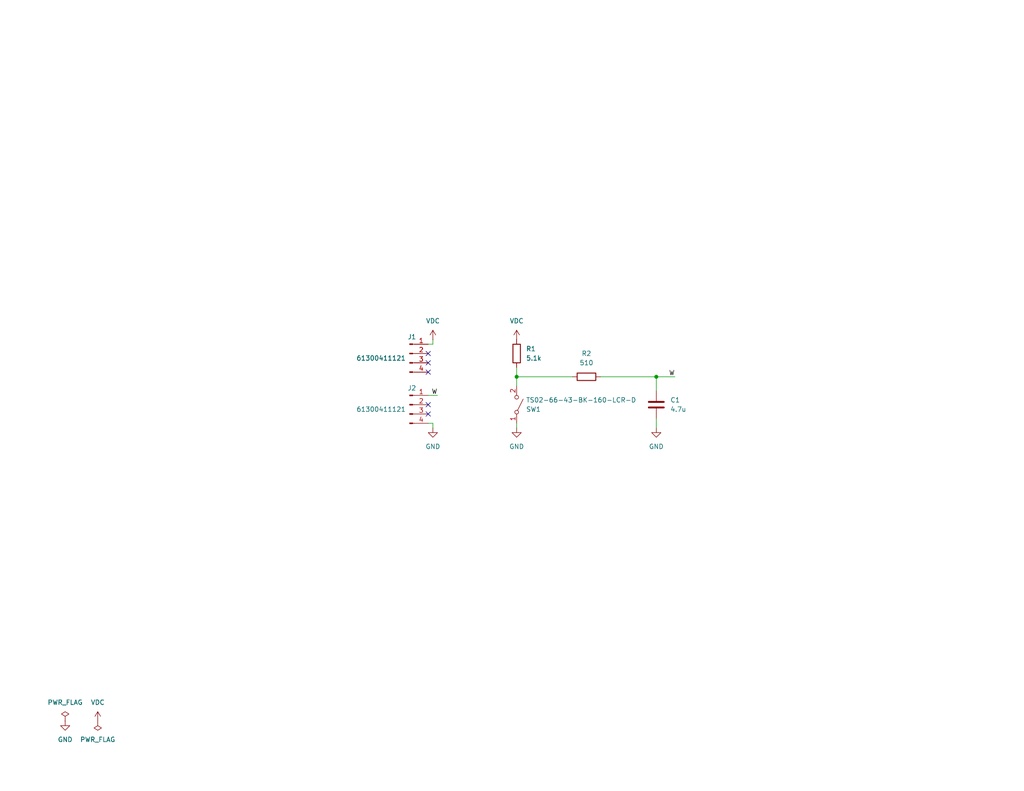
<source format=kicad_sch>
(kicad_sch
	(version 20250114)
	(generator "eeschema")
	(generator_version "9.0")
	(uuid "112a3144-21f0-4707-8c95-45b5ed467ee0")
	(paper "USLetter")
	(title_block
		(title "PUSH")
		(date "2025-04-07")
		(rev "1")
	)
	(lib_symbols
		(symbol "Connector:Conn_01x04_Pin"
			(pin_names
				(offset 1.016)
				(hide yes)
			)
			(exclude_from_sim no)
			(in_bom yes)
			(on_board yes)
			(property "Reference" "J"
				(at 0 5.08 0)
				(effects
					(font
						(size 1.27 1.27)
					)
				)
			)
			(property "Value" "Conn_01x04_Pin"
				(at 0 -7.62 0)
				(effects
					(font
						(size 1.27 1.27)
					)
				)
			)
			(property "Footprint" ""
				(at 0 0 0)
				(effects
					(font
						(size 1.27 1.27)
					)
					(hide yes)
				)
			)
			(property "Datasheet" "~"
				(at 0 0 0)
				(effects
					(font
						(size 1.27 1.27)
					)
					(hide yes)
				)
			)
			(property "Description" "Generic connector, single row, 01x04, script generated"
				(at 0 0 0)
				(effects
					(font
						(size 1.27 1.27)
					)
					(hide yes)
				)
			)
			(property "ki_locked" ""
				(at 0 0 0)
				(effects
					(font
						(size 1.27 1.27)
					)
				)
			)
			(property "ki_keywords" "connector"
				(at 0 0 0)
				(effects
					(font
						(size 1.27 1.27)
					)
					(hide yes)
				)
			)
			(property "ki_fp_filters" "Connector*:*_1x??_*"
				(at 0 0 0)
				(effects
					(font
						(size 1.27 1.27)
					)
					(hide yes)
				)
			)
			(symbol "Conn_01x04_Pin_1_1"
				(rectangle
					(start 0.8636 2.667)
					(end 0 2.413)
					(stroke
						(width 0.1524)
						(type default)
					)
					(fill
						(type outline)
					)
				)
				(rectangle
					(start 0.8636 0.127)
					(end 0 -0.127)
					(stroke
						(width 0.1524)
						(type default)
					)
					(fill
						(type outline)
					)
				)
				(rectangle
					(start 0.8636 -2.413)
					(end 0 -2.667)
					(stroke
						(width 0.1524)
						(type default)
					)
					(fill
						(type outline)
					)
				)
				(rectangle
					(start 0.8636 -4.953)
					(end 0 -5.207)
					(stroke
						(width 0.1524)
						(type default)
					)
					(fill
						(type outline)
					)
				)
				(polyline
					(pts
						(xy 1.27 2.54) (xy 0.8636 2.54)
					)
					(stroke
						(width 0.1524)
						(type default)
					)
					(fill
						(type none)
					)
				)
				(polyline
					(pts
						(xy 1.27 0) (xy 0.8636 0)
					)
					(stroke
						(width 0.1524)
						(type default)
					)
					(fill
						(type none)
					)
				)
				(polyline
					(pts
						(xy 1.27 -2.54) (xy 0.8636 -2.54)
					)
					(stroke
						(width 0.1524)
						(type default)
					)
					(fill
						(type none)
					)
				)
				(polyline
					(pts
						(xy 1.27 -5.08) (xy 0.8636 -5.08)
					)
					(stroke
						(width 0.1524)
						(type default)
					)
					(fill
						(type none)
					)
				)
				(pin passive line
					(at 5.08 2.54 180)
					(length 3.81)
					(name "Pin_1"
						(effects
							(font
								(size 1.27 1.27)
							)
						)
					)
					(number "1"
						(effects
							(font
								(size 1.27 1.27)
							)
						)
					)
				)
				(pin passive line
					(at 5.08 0 180)
					(length 3.81)
					(name "Pin_2"
						(effects
							(font
								(size 1.27 1.27)
							)
						)
					)
					(number "2"
						(effects
							(font
								(size 1.27 1.27)
							)
						)
					)
				)
				(pin passive line
					(at 5.08 -2.54 180)
					(length 3.81)
					(name "Pin_3"
						(effects
							(font
								(size 1.27 1.27)
							)
						)
					)
					(number "3"
						(effects
							(font
								(size 1.27 1.27)
							)
						)
					)
				)
				(pin passive line
					(at 5.08 -5.08 180)
					(length 3.81)
					(name "Pin_4"
						(effects
							(font
								(size 1.27 1.27)
							)
						)
					)
					(number "4"
						(effects
							(font
								(size 1.27 1.27)
							)
						)
					)
				)
			)
			(embedded_fonts no)
		)
		(symbol "Device:C"
			(pin_numbers
				(hide yes)
			)
			(pin_names
				(offset 0.254)
			)
			(exclude_from_sim no)
			(in_bom yes)
			(on_board yes)
			(property "Reference" "C"
				(at 0.635 2.54 0)
				(effects
					(font
						(size 1.27 1.27)
					)
					(justify left)
				)
			)
			(property "Value" "C"
				(at 0.635 -2.54 0)
				(effects
					(font
						(size 1.27 1.27)
					)
					(justify left)
				)
			)
			(property "Footprint" ""
				(at 0.9652 -3.81 0)
				(effects
					(font
						(size 1.27 1.27)
					)
					(hide yes)
				)
			)
			(property "Datasheet" "~"
				(at 0 0 0)
				(effects
					(font
						(size 1.27 1.27)
					)
					(hide yes)
				)
			)
			(property "Description" "Unpolarized capacitor"
				(at 0 0 0)
				(effects
					(font
						(size 1.27 1.27)
					)
					(hide yes)
				)
			)
			(property "ki_keywords" "cap capacitor"
				(at 0 0 0)
				(effects
					(font
						(size 1.27 1.27)
					)
					(hide yes)
				)
			)
			(property "ki_fp_filters" "C_*"
				(at 0 0 0)
				(effects
					(font
						(size 1.27 1.27)
					)
					(hide yes)
				)
			)
			(symbol "C_0_1"
				(polyline
					(pts
						(xy -2.032 0.762) (xy 2.032 0.762)
					)
					(stroke
						(width 0.508)
						(type default)
					)
					(fill
						(type none)
					)
				)
				(polyline
					(pts
						(xy -2.032 -0.762) (xy 2.032 -0.762)
					)
					(stroke
						(width 0.508)
						(type default)
					)
					(fill
						(type none)
					)
				)
			)
			(symbol "C_1_1"
				(pin passive line
					(at 0 3.81 270)
					(length 2.794)
					(name "~"
						(effects
							(font
								(size 1.27 1.27)
							)
						)
					)
					(number "1"
						(effects
							(font
								(size 1.27 1.27)
							)
						)
					)
				)
				(pin passive line
					(at 0 -3.81 90)
					(length 2.794)
					(name "~"
						(effects
							(font
								(size 1.27 1.27)
							)
						)
					)
					(number "2"
						(effects
							(font
								(size 1.27 1.27)
							)
						)
					)
				)
			)
			(embedded_fonts no)
		)
		(symbol "Device:R"
			(pin_numbers
				(hide yes)
			)
			(pin_names
				(offset 0)
			)
			(exclude_from_sim no)
			(in_bom yes)
			(on_board yes)
			(property "Reference" "R"
				(at 2.032 0 90)
				(effects
					(font
						(size 1.27 1.27)
					)
				)
			)
			(property "Value" "R"
				(at 0 0 90)
				(effects
					(font
						(size 1.27 1.27)
					)
				)
			)
			(property "Footprint" ""
				(at -1.778 0 90)
				(effects
					(font
						(size 1.27 1.27)
					)
					(hide yes)
				)
			)
			(property "Datasheet" "~"
				(at 0 0 0)
				(effects
					(font
						(size 1.27 1.27)
					)
					(hide yes)
				)
			)
			(property "Description" "Resistor"
				(at 0 0 0)
				(effects
					(font
						(size 1.27 1.27)
					)
					(hide yes)
				)
			)
			(property "ki_keywords" "R res resistor"
				(at 0 0 0)
				(effects
					(font
						(size 1.27 1.27)
					)
					(hide yes)
				)
			)
			(property "ki_fp_filters" "R_*"
				(at 0 0 0)
				(effects
					(font
						(size 1.27 1.27)
					)
					(hide yes)
				)
			)
			(symbol "R_0_1"
				(rectangle
					(start -1.016 -2.54)
					(end 1.016 2.54)
					(stroke
						(width 0.254)
						(type default)
					)
					(fill
						(type none)
					)
				)
			)
			(symbol "R_1_1"
				(pin passive line
					(at 0 3.81 270)
					(length 1.27)
					(name "~"
						(effects
							(font
								(size 1.27 1.27)
							)
						)
					)
					(number "1"
						(effects
							(font
								(size 1.27 1.27)
							)
						)
					)
				)
				(pin passive line
					(at 0 -3.81 90)
					(length 1.27)
					(name "~"
						(effects
							(font
								(size 1.27 1.27)
							)
						)
					)
					(number "2"
						(effects
							(font
								(size 1.27 1.27)
							)
						)
					)
				)
			)
			(embedded_fonts no)
		)
		(symbol "Switch:SW_SPST"
			(pin_names
				(offset 0)
				(hide yes)
			)
			(exclude_from_sim no)
			(in_bom yes)
			(on_board yes)
			(property "Reference" "SW"
				(at 0 3.175 0)
				(effects
					(font
						(size 1.27 1.27)
					)
				)
			)
			(property "Value" "SW_SPST"
				(at 0 -2.54 0)
				(effects
					(font
						(size 1.27 1.27)
					)
				)
			)
			(property "Footprint" ""
				(at 0 0 0)
				(effects
					(font
						(size 1.27 1.27)
					)
					(hide yes)
				)
			)
			(property "Datasheet" "~"
				(at 0 0 0)
				(effects
					(font
						(size 1.27 1.27)
					)
					(hide yes)
				)
			)
			(property "Description" "Single Pole Single Throw (SPST) switch"
				(at 0 0 0)
				(effects
					(font
						(size 1.27 1.27)
					)
					(hide yes)
				)
			)
			(property "ki_keywords" "switch lever"
				(at 0 0 0)
				(effects
					(font
						(size 1.27 1.27)
					)
					(hide yes)
				)
			)
			(symbol "SW_SPST_0_0"
				(circle
					(center -2.032 0)
					(radius 0.508)
					(stroke
						(width 0)
						(type default)
					)
					(fill
						(type none)
					)
				)
				(polyline
					(pts
						(xy -1.524 0.254) (xy 1.524 1.778)
					)
					(stroke
						(width 0)
						(type default)
					)
					(fill
						(type none)
					)
				)
				(circle
					(center 2.032 0)
					(radius 0.508)
					(stroke
						(width 0)
						(type default)
					)
					(fill
						(type none)
					)
				)
			)
			(symbol "SW_SPST_1_1"
				(pin passive line
					(at -5.08 0 0)
					(length 2.54)
					(name "A"
						(effects
							(font
								(size 1.27 1.27)
							)
						)
					)
					(number "1"
						(effects
							(font
								(size 1.27 1.27)
							)
						)
					)
				)
				(pin passive line
					(at 5.08 0 180)
					(length 2.54)
					(name "B"
						(effects
							(font
								(size 1.27 1.27)
							)
						)
					)
					(number "2"
						(effects
							(font
								(size 1.27 1.27)
							)
						)
					)
				)
			)
			(embedded_fonts no)
		)
		(symbol "power:GND"
			(power)
			(pin_numbers
				(hide yes)
			)
			(pin_names
				(offset 0)
				(hide yes)
			)
			(exclude_from_sim no)
			(in_bom yes)
			(on_board yes)
			(property "Reference" "#PWR"
				(at 0 -6.35 0)
				(effects
					(font
						(size 1.27 1.27)
					)
					(hide yes)
				)
			)
			(property "Value" "GND"
				(at 0 -3.81 0)
				(effects
					(font
						(size 1.27 1.27)
					)
				)
			)
			(property "Footprint" ""
				(at 0 0 0)
				(effects
					(font
						(size 1.27 1.27)
					)
					(hide yes)
				)
			)
			(property "Datasheet" ""
				(at 0 0 0)
				(effects
					(font
						(size 1.27 1.27)
					)
					(hide yes)
				)
			)
			(property "Description" "Power symbol creates a global label with name \"GND\" , ground"
				(at 0 0 0)
				(effects
					(font
						(size 1.27 1.27)
					)
					(hide yes)
				)
			)
			(property "ki_keywords" "global power"
				(at 0 0 0)
				(effects
					(font
						(size 1.27 1.27)
					)
					(hide yes)
				)
			)
			(symbol "GND_0_1"
				(polyline
					(pts
						(xy 0 0) (xy 0 -1.27) (xy 1.27 -1.27) (xy 0 -2.54) (xy -1.27 -1.27) (xy 0 -1.27)
					)
					(stroke
						(width 0)
						(type default)
					)
					(fill
						(type none)
					)
				)
			)
			(symbol "GND_1_1"
				(pin power_in line
					(at 0 0 270)
					(length 0)
					(name "~"
						(effects
							(font
								(size 1.27 1.27)
							)
						)
					)
					(number "1"
						(effects
							(font
								(size 1.27 1.27)
							)
						)
					)
				)
			)
			(embedded_fonts no)
		)
		(symbol "power:PWR_FLAG"
			(power)
			(pin_numbers
				(hide yes)
			)
			(pin_names
				(offset 0)
				(hide yes)
			)
			(exclude_from_sim no)
			(in_bom yes)
			(on_board yes)
			(property "Reference" "#FLG"
				(at 0 1.905 0)
				(effects
					(font
						(size 1.27 1.27)
					)
					(hide yes)
				)
			)
			(property "Value" "PWR_FLAG"
				(at 0 3.81 0)
				(effects
					(font
						(size 1.27 1.27)
					)
				)
			)
			(property "Footprint" ""
				(at 0 0 0)
				(effects
					(font
						(size 1.27 1.27)
					)
					(hide yes)
				)
			)
			(property "Datasheet" "~"
				(at 0 0 0)
				(effects
					(font
						(size 1.27 1.27)
					)
					(hide yes)
				)
			)
			(property "Description" "Special symbol for telling ERC where power comes from"
				(at 0 0 0)
				(effects
					(font
						(size 1.27 1.27)
					)
					(hide yes)
				)
			)
			(property "ki_keywords" "flag power"
				(at 0 0 0)
				(effects
					(font
						(size 1.27 1.27)
					)
					(hide yes)
				)
			)
			(symbol "PWR_FLAG_0_0"
				(pin power_out line
					(at 0 0 90)
					(length 0)
					(name "~"
						(effects
							(font
								(size 1.27 1.27)
							)
						)
					)
					(number "1"
						(effects
							(font
								(size 1.27 1.27)
							)
						)
					)
				)
			)
			(symbol "PWR_FLAG_0_1"
				(polyline
					(pts
						(xy 0 0) (xy 0 1.27) (xy -1.016 1.905) (xy 0 2.54) (xy 1.016 1.905) (xy 0 1.27)
					)
					(stroke
						(width 0)
						(type default)
					)
					(fill
						(type none)
					)
				)
			)
			(embedded_fonts no)
		)
		(symbol "power:VDC"
			(power)
			(pin_numbers
				(hide yes)
			)
			(pin_names
				(offset 0)
				(hide yes)
			)
			(exclude_from_sim no)
			(in_bom yes)
			(on_board yes)
			(property "Reference" "#PWR"
				(at 0 -3.81 0)
				(effects
					(font
						(size 1.27 1.27)
					)
					(hide yes)
				)
			)
			(property "Value" "VDC"
				(at 0 3.556 0)
				(effects
					(font
						(size 1.27 1.27)
					)
				)
			)
			(property "Footprint" ""
				(at 0 0 0)
				(effects
					(font
						(size 1.27 1.27)
					)
					(hide yes)
				)
			)
			(property "Datasheet" ""
				(at 0 0 0)
				(effects
					(font
						(size 1.27 1.27)
					)
					(hide yes)
				)
			)
			(property "Description" "Power symbol creates a global label with name \"VDC\""
				(at 0 0 0)
				(effects
					(font
						(size 1.27 1.27)
					)
					(hide yes)
				)
			)
			(property "ki_keywords" "global power"
				(at 0 0 0)
				(effects
					(font
						(size 1.27 1.27)
					)
					(hide yes)
				)
			)
			(symbol "VDC_0_1"
				(polyline
					(pts
						(xy -0.762 1.27) (xy 0 2.54)
					)
					(stroke
						(width 0)
						(type default)
					)
					(fill
						(type none)
					)
				)
				(polyline
					(pts
						(xy 0 2.54) (xy 0.762 1.27)
					)
					(stroke
						(width 0)
						(type default)
					)
					(fill
						(type none)
					)
				)
				(polyline
					(pts
						(xy 0 0) (xy 0 2.54)
					)
					(stroke
						(width 0)
						(type default)
					)
					(fill
						(type none)
					)
				)
			)
			(symbol "VDC_1_1"
				(pin power_in line
					(at 0 0 90)
					(length 0)
					(name "~"
						(effects
							(font
								(size 1.27 1.27)
							)
						)
					)
					(number "1"
						(effects
							(font
								(size 1.27 1.27)
							)
						)
					)
				)
			)
			(embedded_fonts no)
		)
	)
	(junction
		(at 179.07 102.87)
		(diameter 0)
		(color 0 0 0 0)
		(uuid "38390b29-90af-4c85-86d6-da2cb16af25e")
	)
	(junction
		(at 140.97 102.87)
		(diameter 0)
		(color 0 0 0 0)
		(uuid "7e926a7a-fa08-4938-bfe9-cee2f7d946a4")
	)
	(no_connect
		(at 116.84 110.49)
		(uuid "51f586a4-2ebf-4e0b-8062-b10a97bf7b36")
	)
	(no_connect
		(at 116.84 101.6)
		(uuid "5cfbf604-169a-4b17-b71a-b8901d7bf723")
	)
	(no_connect
		(at 116.84 96.52)
		(uuid "73b45fdd-b6f4-4001-9fc2-e2aa80aa0e6e")
	)
	(no_connect
		(at 116.84 113.03)
		(uuid "81abf2c4-0959-467f-bc6c-58186dd03363")
	)
	(no_connect
		(at 116.84 99.06)
		(uuid "f3d45ae9-672f-4a7d-9cc2-994893f3c006")
	)
	(wire
		(pts
			(xy 179.07 116.84) (xy 179.07 114.3)
		)
		(stroke
			(width 0)
			(type default)
		)
		(uuid "04e62aae-4d05-42f7-9d5f-53216c3e7944")
	)
	(wire
		(pts
			(xy 163.83 102.87) (xy 179.07 102.87)
		)
		(stroke
			(width 0)
			(type default)
		)
		(uuid "10dd1b52-c7cd-43ba-abc3-336df1f6d777")
	)
	(wire
		(pts
			(xy 140.97 100.33) (xy 140.97 102.87)
		)
		(stroke
			(width 0)
			(type default)
		)
		(uuid "31b8abf6-1580-488f-a871-5f0ab2fe63a8")
	)
	(wire
		(pts
			(xy 118.11 115.57) (xy 118.11 116.84)
		)
		(stroke
			(width 0)
			(type default)
		)
		(uuid "3c79c2a0-4eb7-40ee-95d6-2beee26106d8")
	)
	(wire
		(pts
			(xy 116.84 115.57) (xy 118.11 115.57)
		)
		(stroke
			(width 0)
			(type default)
		)
		(uuid "3eb37e70-5e96-4688-92e2-6fc49ae5f21e")
	)
	(wire
		(pts
			(xy 140.97 102.87) (xy 156.21 102.87)
		)
		(stroke
			(width 0)
			(type default)
		)
		(uuid "516e3c3b-912a-4ffa-86ae-3792047cb2d8")
	)
	(wire
		(pts
			(xy 119.38 107.95) (xy 116.84 107.95)
		)
		(stroke
			(width 0)
			(type default)
		)
		(uuid "59f7b90e-3fb2-475b-a2e5-3315bf749edd")
	)
	(wire
		(pts
			(xy 118.11 93.98) (xy 116.84 93.98)
		)
		(stroke
			(width 0)
			(type default)
		)
		(uuid "62e08ee3-a805-4eec-84b6-e3a8078cc133")
	)
	(wire
		(pts
			(xy 140.97 102.87) (xy 140.97 105.41)
		)
		(stroke
			(width 0)
			(type default)
		)
		(uuid "6dd8df1b-25e3-43d7-84f3-d98bbc719575")
	)
	(wire
		(pts
			(xy 184.15 102.87) (xy 179.07 102.87)
		)
		(stroke
			(width 0)
			(type default)
		)
		(uuid "7a4ab753-cdd7-4cc6-9954-ceed71564933")
	)
	(wire
		(pts
			(xy 140.97 116.84) (xy 140.97 115.57)
		)
		(stroke
			(width 0)
			(type default)
		)
		(uuid "7e595b52-b2f2-45fd-9c0c-b8f1495bede4")
	)
	(wire
		(pts
			(xy 118.11 92.71) (xy 118.11 93.98)
		)
		(stroke
			(width 0)
			(type default)
		)
		(uuid "ab5b1261-9a08-403b-a649-7a4ce3f95039")
	)
	(wire
		(pts
			(xy 179.07 102.87) (xy 179.07 106.68)
		)
		(stroke
			(width 0)
			(type default)
		)
		(uuid "ea6cc142-7dd6-4de7-9032-ab148e7300b6")
	)
	(label "W"
		(at 119.38 107.95 180)
		(effects
			(font
				(size 1.27 1.27)
			)
			(justify right bottom)
		)
		(uuid "154fa0bf-6456-4cb5-8cb3-eba0a4519bcf")
	)
	(label "W"
		(at 184.15 102.87 180)
		(effects
			(font
				(size 1.27 1.27)
			)
			(justify right bottom)
		)
		(uuid "a7e89107-e1d4-4abd-b576-0545cedf0aff")
	)
	(symbol
		(lib_id "power:GND")
		(at 140.97 116.84 0)
		(unit 1)
		(exclude_from_sim no)
		(in_bom yes)
		(on_board yes)
		(dnp no)
		(fields_autoplaced yes)
		(uuid "19f2d892-c117-4745-94f6-2c1525fa9dd2")
		(property "Reference" "#PWR08"
			(at 140.97 123.19 0)
			(effects
				(font
					(size 1.27 1.27)
				)
				(hide yes)
			)
		)
		(property "Value" "GND"
			(at 140.97 121.92 0)
			(effects
				(font
					(size 1.27 1.27)
				)
			)
		)
		(property "Footprint" ""
			(at 140.97 116.84 0)
			(effects
				(font
					(size 1.27 1.27)
				)
				(hide yes)
			)
		)
		(property "Datasheet" ""
			(at 140.97 116.84 0)
			(effects
				(font
					(size 1.27 1.27)
				)
				(hide yes)
			)
		)
		(property "Description" "Power symbol creates a global label with name \"GND\" , ground"
			(at 140.97 116.84 0)
			(effects
				(font
					(size 1.27 1.27)
				)
				(hide yes)
			)
		)
		(pin "1"
			(uuid "f99182f1-614e-430d-abae-49911bd5a35d")
		)
		(instances
			(project "PUSH"
				(path "/112a3144-21f0-4707-8c95-45b5ed467ee0"
					(reference "#PWR08")
					(unit 1)
				)
			)
		)
	)
	(symbol
		(lib_id "power:PWR_FLAG")
		(at 17.78 196.85 0)
		(unit 1)
		(exclude_from_sim no)
		(in_bom yes)
		(on_board yes)
		(dnp no)
		(fields_autoplaced yes)
		(uuid "1d957e76-c1fd-44dd-b00e-8b1f25219896")
		(property "Reference" "#FLG01"
			(at 17.78 194.945 0)
			(effects
				(font
					(size 1.27 1.27)
				)
				(hide yes)
			)
		)
		(property "Value" "PWR_FLAG"
			(at 17.78 191.77 0)
			(effects
				(font
					(size 1.27 1.27)
				)
			)
		)
		(property "Footprint" ""
			(at 17.78 196.85 0)
			(effects
				(font
					(size 1.27 1.27)
				)
				(hide yes)
			)
		)
		(property "Datasheet" "~"
			(at 17.78 196.85 0)
			(effects
				(font
					(size 1.27 1.27)
				)
				(hide yes)
			)
		)
		(property "Description" "Special symbol for telling ERC where power comes from"
			(at 17.78 196.85 0)
			(effects
				(font
					(size 1.27 1.27)
				)
				(hide yes)
			)
		)
		(pin "1"
			(uuid "2bae2c8c-ddc2-4e86-8e68-c82dc09470a4")
		)
		(instances
			(project "PUSH"
				(path "/112a3144-21f0-4707-8c95-45b5ed467ee0"
					(reference "#FLG01")
					(unit 1)
				)
			)
		)
	)
	(symbol
		(lib_id "power:VDC")
		(at 26.67 196.85 0)
		(unit 1)
		(exclude_from_sim no)
		(in_bom yes)
		(on_board yes)
		(dnp no)
		(fields_autoplaced yes)
		(uuid "20eee1f6-5306-4280-8f2a-257807fdd422")
		(property "Reference" "#PWR02"
			(at 26.67 200.66 0)
			(effects
				(font
					(size 1.27 1.27)
				)
				(hide yes)
			)
		)
		(property "Value" "VDC"
			(at 26.67 191.77 0)
			(effects
				(font
					(size 1.27 1.27)
				)
			)
		)
		(property "Footprint" ""
			(at 26.67 196.85 0)
			(effects
				(font
					(size 1.27 1.27)
				)
				(hide yes)
			)
		)
		(property "Datasheet" ""
			(at 26.67 196.85 0)
			(effects
				(font
					(size 1.27 1.27)
				)
				(hide yes)
			)
		)
		(property "Description" "Power symbol creates a global label with name \"VDC\""
			(at 26.67 196.85 0)
			(effects
				(font
					(size 1.27 1.27)
				)
				(hide yes)
			)
		)
		(pin "1"
			(uuid "2c6a3721-0a35-4cc1-b8cf-1771501eaed2")
		)
		(instances
			(project "PUSH"
				(path "/112a3144-21f0-4707-8c95-45b5ed467ee0"
					(reference "#PWR02")
					(unit 1)
				)
			)
		)
	)
	(symbol
		(lib_id "power:GND")
		(at 17.78 196.85 0)
		(unit 1)
		(exclude_from_sim no)
		(in_bom yes)
		(on_board yes)
		(dnp no)
		(fields_autoplaced yes)
		(uuid "28db1a02-d061-4303-abc8-314bbfa8dc91")
		(property "Reference" "#PWR01"
			(at 17.78 203.2 0)
			(effects
				(font
					(size 1.27 1.27)
				)
				(hide yes)
			)
		)
		(property "Value" "GND"
			(at 17.78 201.93 0)
			(effects
				(font
					(size 1.27 1.27)
				)
			)
		)
		(property "Footprint" ""
			(at 17.78 196.85 0)
			(effects
				(font
					(size 1.27 1.27)
				)
				(hide yes)
			)
		)
		(property "Datasheet" ""
			(at 17.78 196.85 0)
			(effects
				(font
					(size 1.27 1.27)
				)
				(hide yes)
			)
		)
		(property "Description" "Power symbol creates a global label with name \"GND\" , ground"
			(at 17.78 196.85 0)
			(effects
				(font
					(size 1.27 1.27)
				)
				(hide yes)
			)
		)
		(pin "1"
			(uuid "f11b4c1b-fa76-46ba-b82c-50e0f4c71569")
		)
		(instances
			(project "PUSH"
				(path "/112a3144-21f0-4707-8c95-45b5ed467ee0"
					(reference "#PWR01")
					(unit 1)
				)
			)
		)
	)
	(symbol
		(lib_id "power:GND")
		(at 118.11 116.84 0)
		(unit 1)
		(exclude_from_sim no)
		(in_bom yes)
		(on_board yes)
		(dnp no)
		(fields_autoplaced yes)
		(uuid "3473c40a-c325-48e7-89de-2d3050fcd5b6")
		(property "Reference" "#PWR06"
			(at 118.11 123.19 0)
			(effects
				(font
					(size 1.27 1.27)
				)
				(hide yes)
			)
		)
		(property "Value" "GND"
			(at 118.11 121.92 0)
			(effects
				(font
					(size 1.27 1.27)
				)
			)
		)
		(property "Footprint" ""
			(at 118.11 116.84 0)
			(effects
				(font
					(size 1.27 1.27)
				)
				(hide yes)
			)
		)
		(property "Datasheet" ""
			(at 118.11 116.84 0)
			(effects
				(font
					(size 1.27 1.27)
				)
				(hide yes)
			)
		)
		(property "Description" "Power symbol creates a global label with name \"GND\" , ground"
			(at 118.11 116.84 0)
			(effects
				(font
					(size 1.27 1.27)
				)
				(hide yes)
			)
		)
		(pin "1"
			(uuid "9f9cf809-f712-4daf-af63-eebacdcbea91")
		)
		(instances
			(project "PUSH"
				(path "/112a3144-21f0-4707-8c95-45b5ed467ee0"
					(reference "#PWR06")
					(unit 1)
				)
			)
		)
	)
	(symbol
		(lib_id "power:PWR_FLAG")
		(at 26.67 196.85 0)
		(mirror x)
		(unit 1)
		(exclude_from_sim no)
		(in_bom yes)
		(on_board yes)
		(dnp no)
		(uuid "5d401cfe-b6c4-4937-b193-de6ed39ee75c")
		(property "Reference" "#FLG02"
			(at 26.67 198.755 0)
			(effects
				(font
					(size 1.27 1.27)
				)
				(hide yes)
			)
		)
		(property "Value" "PWR_FLAG"
			(at 26.67 201.93 0)
			(effects
				(font
					(size 1.27 1.27)
				)
			)
		)
		(property "Footprint" ""
			(at 26.67 196.85 0)
			(effects
				(font
					(size 1.27 1.27)
				)
				(hide yes)
			)
		)
		(property "Datasheet" "~"
			(at 26.67 196.85 0)
			(effects
				(font
					(size 1.27 1.27)
				)
				(hide yes)
			)
		)
		(property "Description" "Special symbol for telling ERC where power comes from"
			(at 26.67 196.85 0)
			(effects
				(font
					(size 1.27 1.27)
				)
				(hide yes)
			)
		)
		(pin "1"
			(uuid "122c3e3e-c16f-4121-a803-41b0612e6621")
		)
		(instances
			(project "PUSH"
				(path "/112a3144-21f0-4707-8c95-45b5ed467ee0"
					(reference "#FLG02")
					(unit 1)
				)
			)
		)
	)
	(symbol
		(lib_id "Device:R")
		(at 160.02 102.87 90)
		(unit 1)
		(exclude_from_sim no)
		(in_bom yes)
		(on_board yes)
		(dnp no)
		(uuid "7947debf-2342-42bd-984f-760b0f8a3d9a")
		(property "Reference" "R2"
			(at 160.02 96.52 90)
			(effects
				(font
					(size 1.27 1.27)
				)
			)
		)
		(property "Value" "510"
			(at 160.02 99.06 90)
			(effects
				(font
					(size 1.27 1.27)
				)
			)
		)
		(property "Footprint" "Resistor_SMD:R_0603_1608Metric"
			(at 160.02 104.648 90)
			(effects
				(font
					(size 1.27 1.27)
				)
				(hide yes)
			)
		)
		(property "Datasheet" "https://www.yageo.com/upload/media/product/products/datasheet/rchip/PYu-RC_Group_51_RoHS_L_12.pdf"
			(at 160.02 102.87 0)
			(effects
				(font
					(size 1.27 1.27)
				)
				(hide yes)
			)
		)
		(property "Description" "510 Ohms ±1% 0.1W, 1/10W Chip Resistor 0603"
			(at 160.02 102.87 0)
			(effects
				(font
					(size 1.27 1.27)
				)
				(hide yes)
			)
		)
		(pin "2"
			(uuid "c4e061e3-c6c0-4832-8c35-16e1e02315bf")
		)
		(pin "1"
			(uuid "43ac5698-233e-4804-8d5d-fc9b10eab9b7")
		)
		(instances
			(project "PUSH"
				(path "/112a3144-21f0-4707-8c95-45b5ed467ee0"
					(reference "R2")
					(unit 1)
				)
			)
		)
	)
	(symbol
		(lib_id "Switch:SW_SPST")
		(at 140.97 110.49 270)
		(mirror x)
		(unit 1)
		(exclude_from_sim no)
		(in_bom yes)
		(on_board yes)
		(dnp no)
		(uuid "96de4cb3-3b14-479b-9f68-2972d0b92c71")
		(property "Reference" "SW1"
			(at 143.51 111.7601 90)
			(effects
				(font
					(size 1.27 1.27)
				)
				(justify left)
			)
		)
		(property "Value" "TS02-66-43-BK-160-LCR-D"
			(at 143.51 109.2201 90)
			(effects
				(font
					(size 1.27 1.27)
				)
				(justify left)
			)
		)
		(property "Footprint" "Button_Switch_THT:SW_PUSH_6mm"
			(at 140.97 110.49 0)
			(effects
				(font
					(size 1.27 1.27)
				)
				(hide yes)
			)
		)
		(property "Datasheet" "https://www.cuidevices.com/product/resource/ts02.pdf"
			(at 140.97 110.49 0)
			(effects
				(font
					(size 1.27 1.27)
				)
				(hide yes)
			)
		)
		(property "Description" "Tactile Switch SPST-NO Top Actuated"
			(at 140.97 110.49 0)
			(effects
				(font
					(size 1.27 1.27)
				)
				(hide yes)
			)
		)
		(pin "2"
			(uuid "f5ee82e5-da8f-483a-a239-948958103135")
		)
		(pin "1"
			(uuid "508f0c4d-228a-4785-bada-27701b392b11")
		)
		(instances
			(project "PUSH"
				(path "/112a3144-21f0-4707-8c95-45b5ed467ee0"
					(reference "SW1")
					(unit 1)
				)
			)
		)
	)
	(symbol
		(lib_id "Device:R")
		(at 140.97 96.52 0)
		(unit 1)
		(exclude_from_sim no)
		(in_bom yes)
		(on_board yes)
		(dnp no)
		(fields_autoplaced yes)
		(uuid "98c86594-def7-4622-b88c-d35a4181c3f8")
		(property "Reference" "R1"
			(at 143.51 95.2499 0)
			(effects
				(font
					(size 1.27 1.27)
				)
				(justify left)
			)
		)
		(property "Value" "5.1k"
			(at 143.51 97.7899 0)
			(effects
				(font
					(size 1.27 1.27)
				)
				(justify left)
			)
		)
		(property "Footprint" "Resistor_SMD:R_0603_1608Metric"
			(at 139.192 96.52 90)
			(effects
				(font
					(size 1.27 1.27)
				)
				(hide yes)
			)
		)
		(property "Datasheet" "https://www.yageo.com/upload/media/product/products/datasheet/rchip/PYu-RC_Group_51_RoHS_L_12.pdf"
			(at 140.97 96.52 0)
			(effects
				(font
					(size 1.27 1.27)
				)
				(hide yes)
			)
		)
		(property "Description" "5.1 kOhms ±1% 0.1W, 1/10W Chip Resistor 0603"
			(at 140.97 96.52 0)
			(effects
				(font
					(size 1.27 1.27)
				)
				(hide yes)
			)
		)
		(pin "2"
			(uuid "f564df59-e00f-4804-9969-42a4b421d980")
		)
		(pin "1"
			(uuid "e390c385-900d-4412-bb9d-e8802eea2681")
		)
		(instances
			(project "PUSH"
				(path "/112a3144-21f0-4707-8c95-45b5ed467ee0"
					(reference "R1")
					(unit 1)
				)
			)
		)
	)
	(symbol
		(lib_id "power:GND")
		(at 179.07 116.84 0)
		(unit 1)
		(exclude_from_sim no)
		(in_bom yes)
		(on_board yes)
		(dnp no)
		(fields_autoplaced yes)
		(uuid "b125c5b9-be00-4626-9621-7604f2c119d0")
		(property "Reference" "#PWR04"
			(at 179.07 123.19 0)
			(effects
				(font
					(size 1.27 1.27)
				)
				(hide yes)
			)
		)
		(property "Value" "GND"
			(at 179.07 121.92 0)
			(effects
				(font
					(size 1.27 1.27)
				)
			)
		)
		(property "Footprint" ""
			(at 179.07 116.84 0)
			(effects
				(font
					(size 1.27 1.27)
				)
				(hide yes)
			)
		)
		(property "Datasheet" ""
			(at 179.07 116.84 0)
			(effects
				(font
					(size 1.27 1.27)
				)
				(hide yes)
			)
		)
		(property "Description" "Power symbol creates a global label with name \"GND\" , ground"
			(at 179.07 116.84 0)
			(effects
				(font
					(size 1.27 1.27)
				)
				(hide yes)
			)
		)
		(pin "1"
			(uuid "d923f008-f17b-40b4-8e70-5432094f09e8")
		)
		(instances
			(project "PUSH"
				(path "/112a3144-21f0-4707-8c95-45b5ed467ee0"
					(reference "#PWR04")
					(unit 1)
				)
			)
		)
	)
	(symbol
		(lib_id "Connector:Conn_01x04_Pin")
		(at 111.76 96.52 0)
		(unit 1)
		(exclude_from_sim no)
		(in_bom yes)
		(on_board yes)
		(dnp no)
		(uuid "d0e729a7-b3ed-4e7f-8dac-56a68fed62f1")
		(property "Reference" "J1"
			(at 112.395 92.71 0)
			(effects
				(font
					(size 1.27 1.27)
				)
				(justify bottom)
			)
		)
		(property "Value" "61300411121"
			(at 110.744 97.79 0)
			(effects
				(font
					(size 1.27 1.27)
				)
				(justify right)
			)
		)
		(property "Footprint" "Logic:PinHeader_1x04_P2.54mm_Vertical_Top"
			(at 111.76 96.52 0)
			(effects
				(font
					(size 1.27 1.27)
				)
				(hide yes)
			)
		)
		(property "Datasheet" "https://www.we-online.com/components/products/datasheet/61300411121.pdf"
			(at 111.76 96.52 0)
			(effects
				(font
					(size 1.27 1.27)
				)
				(hide yes)
			)
		)
		(property "Description" "Connector Header Through Hole 4 position 0.100\" (2.54mm)"
			(at 111.76 96.52 0)
			(effects
				(font
					(size 1.27 1.27)
				)
				(hide yes)
			)
		)
		(pin "1"
			(uuid "3c391776-0ffa-4a3e-9664-d496de290f61")
		)
		(pin "3"
			(uuid "3f202f81-db52-4468-85c9-e0df0f2bd644")
		)
		(pin "2"
			(uuid "6bd6dc1e-89ea-4466-b4e7-80a6983efa22")
		)
		(pin "4"
			(uuid "e742e11b-a9c7-47d6-97a0-c684752feb88")
		)
		(instances
			(project "PUSH"
				(path "/112a3144-21f0-4707-8c95-45b5ed467ee0"
					(reference "J1")
					(unit 1)
				)
			)
		)
	)
	(symbol
		(lib_id "Connector:Conn_01x04_Pin")
		(at 111.76 110.49 0)
		(unit 1)
		(exclude_from_sim no)
		(in_bom yes)
		(on_board yes)
		(dnp no)
		(uuid "d1260533-6bce-4a50-a015-0b1111345600")
		(property "Reference" "J2"
			(at 112.395 106.68 0)
			(effects
				(font
					(size 1.27 1.27)
				)
				(justify bottom)
			)
		)
		(property "Value" "61300411121"
			(at 110.744 111.76 0)
			(effects
				(font
					(size 1.27 1.27)
				)
				(justify right)
			)
		)
		(property "Footprint" "Logic:PinHeader_1x04_P2.54mm_Vertical_Bottom"
			(at 111.76 110.49 0)
			(effects
				(font
					(size 1.27 1.27)
				)
				(hide yes)
			)
		)
		(property "Datasheet" "https://www.we-online.com/components/products/datasheet/61300411121.pdf"
			(at 111.76 110.49 0)
			(effects
				(font
					(size 1.27 1.27)
				)
				(hide yes)
			)
		)
		(property "Description" "Connector Header Through Hole 4 position 0.100\" (2.54mm)"
			(at 111.76 110.49 0)
			(effects
				(font
					(size 1.27 1.27)
				)
				(hide yes)
			)
		)
		(pin "1"
			(uuid "bc49bcfa-c5ef-4cb7-a7a7-824578977dbf")
		)
		(pin "3"
			(uuid "26b59f25-0548-428a-941e-13f1d33e9440")
		)
		(pin "2"
			(uuid "3389f259-0019-4006-8395-d06a2cd07c72")
		)
		(pin "4"
			(uuid "ed8184c9-af17-44f3-9ecc-99214de0a08d")
		)
		(instances
			(project "PUSH"
				(path "/112a3144-21f0-4707-8c95-45b5ed467ee0"
					(reference "J2")
					(unit 1)
				)
			)
		)
	)
	(symbol
		(lib_id "power:VDC")
		(at 118.11 92.71 0)
		(unit 1)
		(exclude_from_sim no)
		(in_bom yes)
		(on_board yes)
		(dnp no)
		(fields_autoplaced yes)
		(uuid "d38e70b3-889e-443c-8d93-3abe52de6c52")
		(property "Reference" "#PWR03"
			(at 118.11 96.52 0)
			(effects
				(font
					(size 1.27 1.27)
				)
				(hide yes)
			)
		)
		(property "Value" "VDC"
			(at 118.11 87.63 0)
			(effects
				(font
					(size 1.27 1.27)
				)
			)
		)
		(property "Footprint" ""
			(at 118.11 92.71 0)
			(effects
				(font
					(size 1.27 1.27)
				)
				(hide yes)
			)
		)
		(property "Datasheet" ""
			(at 118.11 92.71 0)
			(effects
				(font
					(size 1.27 1.27)
				)
				(hide yes)
			)
		)
		(property "Description" "Power symbol creates a global label with name \"VDC\""
			(at 118.11 92.71 0)
			(effects
				(font
					(size 1.27 1.27)
				)
				(hide yes)
			)
		)
		(pin "1"
			(uuid "be8bb07e-ff95-4c4a-b694-f1a15de4afcd")
		)
		(instances
			(project "PUSH"
				(path "/112a3144-21f0-4707-8c95-45b5ed467ee0"
					(reference "#PWR03")
					(unit 1)
				)
			)
		)
	)
	(symbol
		(lib_id "power:VDC")
		(at 140.97 92.71 0)
		(unit 1)
		(exclude_from_sim no)
		(in_bom yes)
		(on_board yes)
		(dnp no)
		(fields_autoplaced yes)
		(uuid "e13e9c45-705e-4f34-a6e6-0fef9a049569")
		(property "Reference" "#PWR07"
			(at 140.97 96.52 0)
			(effects
				(font
					(size 1.27 1.27)
				)
				(hide yes)
			)
		)
		(property "Value" "VDC"
			(at 140.97 87.63 0)
			(effects
				(font
					(size 1.27 1.27)
				)
			)
		)
		(property "Footprint" ""
			(at 140.97 92.71 0)
			(effects
				(font
					(size 1.27 1.27)
				)
				(hide yes)
			)
		)
		(property "Datasheet" ""
			(at 140.97 92.71 0)
			(effects
				(font
					(size 1.27 1.27)
				)
				(hide yes)
			)
		)
		(property "Description" "Power symbol creates a global label with name \"VDC\""
			(at 140.97 92.71 0)
			(effects
				(font
					(size 1.27 1.27)
				)
				(hide yes)
			)
		)
		(pin "1"
			(uuid "d17dbfd5-1776-41b6-a3a5-693d943c61ea")
		)
		(instances
			(project "PUSH"
				(path "/112a3144-21f0-4707-8c95-45b5ed467ee0"
					(reference "#PWR07")
					(unit 1)
				)
			)
		)
	)
	(symbol
		(lib_id "Device:C")
		(at 179.07 110.49 0)
		(unit 1)
		(exclude_from_sim no)
		(in_bom yes)
		(on_board yes)
		(dnp no)
		(fields_autoplaced yes)
		(uuid "e6a72e86-e30f-450b-a3d7-87ef8a3345ca")
		(property "Reference" "C1"
			(at 182.88 109.2199 0)
			(effects
				(font
					(size 1.27 1.27)
				)
				(justify left)
			)
		)
		(property "Value" "4.7u"
			(at 182.88 111.7599 0)
			(effects
				(font
					(size 1.27 1.27)
				)
				(justify left)
			)
		)
		(property "Footprint" "Capacitor_SMD:C_0603_1608Metric"
			(at 180.0352 114.3 0)
			(effects
				(font
					(size 1.27 1.27)
				)
				(hide yes)
			)
		)
		(property "Datasheet" "https://product.tdk.com/system/files/dam/doc/product/capacitor/ceramic/mlcc/catalog/mlcc_commercial_general_en.pdf"
			(at 179.07 110.49 0)
			(effects
				(font
					(size 1.27 1.27)
				)
				(hide yes)
			)
		)
		(property "Description" "4.7 µF ±10% 25V Ceramic Capacitor X5R 0603"
			(at 179.07 110.49 0)
			(effects
				(font
					(size 1.27 1.27)
				)
				(hide yes)
			)
		)
		(pin "1"
			(uuid "404d825a-485a-4d8a-a5c9-cc9579bbfd5b")
		)
		(pin "2"
			(uuid "3fb19cb1-7df2-4a93-9b55-276bb4c8f9a9")
		)
		(instances
			(project "PUSH"
				(path "/112a3144-21f0-4707-8c95-45b5ed467ee0"
					(reference "C1")
					(unit 1)
				)
			)
		)
	)
	(sheet_instances
		(path "/"
			(page "1")
		)
	)
	(embedded_fonts no)
	(embedded_files
		(file
			(name "Simple Sheet.kicad_wks")
			(type worksheet)
			(data |KLUv/WC4BaUQAIYZUCEAtXNqxYqxts+uRjYlx9oACzQpZkWEvYeYDir//y5VMAFEAEAARwByvtLN
				3cBMa/irsGnJc9qjIq70ixVmzXOJhj3ijv+AmsP4AwLVtU09znyfX9vb5cqb+CpxyevV0vByKD70
				iDLe1lFPDJfrtV1/l5eUp7Mfd/6a9pnT9yrI3o16VwZB28VX1697leMrzErMyznfd+swvqKoM7jV
				+O74grbbch/bnA29sQqHIxKnzMJoZLJLpaKZBl9wb417L+lyV+5O0tAOQR3s+mSQLuyS4zg5q0J8
				V6uZx66H9kNN6j3i5hqTBey6xEij21XaG3/4BoBAdbikQlGwDBBGJHtoDuro6Lc1PcKSM3tYNMvX
				1HJNj76ZOZVpGQSEk8DT3ht4reaXP9tEISclmzAmJVrxPssZrohEq2iYjBJiisIKWaARtXNqaCYo
				SAqS1gxgRIRGqQ4Q4AMibRdJTanNodpbaIC9xhamdoRaKkUw+x4DSta4qKIFtLU4bMUtnK5c5IzR
				HxDEKhCDcwc5ILZVEfITW2yY31UrxTphpduqdM/KkvVdD8An23xb84PRC5yFcbxCD6I4GTxIMTSW
				2UFz3Mt4n4/AZc6JGkaHBFqOvs/e2C2LsGUFmeM98Q9AHCqDFqsdYREJbgftSsELZBdZc2HACAHI
				IDdDZgOULjeFowqNEnMM+iJ+ed/WQnvCubWrogI=|
			)
			(checksum "9B4265E182DB3D4F6F8CDBC1FE03B1AD")
		)
	)
)

</source>
